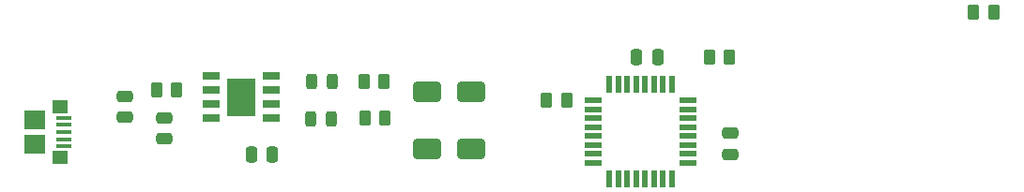
<source format=gbr>
%TF.GenerationSoftware,KiCad,Pcbnew,7.0.5*%
%TF.CreationDate,2023-10-18T15:34:20+03:00*%
%TF.ProjectId,Flashlight,466c6173-686c-4696-9768-742e6b696361,rev?*%
%TF.SameCoordinates,Original*%
%TF.FileFunction,Paste,Top*%
%TF.FilePolarity,Positive*%
%FSLAX46Y46*%
G04 Gerber Fmt 4.6, Leading zero omitted, Abs format (unit mm)*
G04 Created by KiCad (PCBNEW 7.0.5) date 2023-10-18 15:34:20*
%MOMM*%
%LPD*%
G01*
G04 APERTURE LIST*
G04 Aperture macros list*
%AMRoundRect*
0 Rectangle with rounded corners*
0 $1 Rounding radius*
0 $2 $3 $4 $5 $6 $7 $8 $9 X,Y pos of 4 corners*
0 Add a 4 corners polygon primitive as box body*
4,1,4,$2,$3,$4,$5,$6,$7,$8,$9,$2,$3,0*
0 Add four circle primitives for the rounded corners*
1,1,$1+$1,$2,$3*
1,1,$1+$1,$4,$5*
1,1,$1+$1,$6,$7*
1,1,$1+$1,$8,$9*
0 Add four rect primitives between the rounded corners*
20,1,$1+$1,$2,$3,$4,$5,0*
20,1,$1+$1,$4,$5,$6,$7,0*
20,1,$1+$1,$6,$7,$8,$9,0*
20,1,$1+$1,$8,$9,$2,$3,0*%
G04 Aperture macros list end*
%ADD10RoundRect,0.250000X0.262500X0.450000X-0.262500X0.450000X-0.262500X-0.450000X0.262500X-0.450000X0*%
%ADD11R,1.525000X0.700000*%
%ADD12R,2.513000X3.402000*%
%ADD13RoundRect,0.250000X-0.262500X-0.450000X0.262500X-0.450000X0.262500X0.450000X-0.262500X0.450000X0*%
%ADD14RoundRect,0.250000X0.475000X-0.250000X0.475000X0.250000X-0.475000X0.250000X-0.475000X-0.250000X0*%
%ADD15RoundRect,0.243750X-0.243750X-0.456250X0.243750X-0.456250X0.243750X0.456250X-0.243750X0.456250X0*%
%ADD16RoundRect,0.250000X1.000000X0.650000X-1.000000X0.650000X-1.000000X-0.650000X1.000000X-0.650000X0*%
%ADD17R,1.400000X0.400000*%
%ADD18R,1.450000X1.150000*%
%ADD19R,1.900000X1.750000*%
%ADD20RoundRect,0.250000X-0.475000X0.250000X-0.475000X-0.250000X0.475000X-0.250000X0.475000X0.250000X0*%
%ADD21RoundRect,0.250000X0.250000X0.475000X-0.250000X0.475000X-0.250000X-0.475000X0.250000X-0.475000X0*%
%ADD22R,1.600000X0.550000*%
%ADD23R,0.550000X1.600000*%
G04 APERTURE END LIST*
D10*
%TO.C,R4*%
X131012500Y-115400000D03*
X129187500Y-115400000D03*
%TD*%
D11*
%TO.C,J2*%
X98888000Y-113195000D03*
X98888000Y-114465000D03*
X98888000Y-115735000D03*
X98888000Y-117005000D03*
X104312000Y-117005000D03*
X104312000Y-115735000D03*
X104312000Y-114465000D03*
X104312000Y-113195000D03*
D12*
X101600000Y-115100000D03*
%TD*%
D13*
%TO.C,R5*%
X143837500Y-111500000D03*
X145662500Y-111500000D03*
%TD*%
D14*
%TO.C,C4*%
X145750000Y-120250000D03*
X145750000Y-118350000D03*
%TD*%
D15*
%TO.C,D2*%
X107962500Y-113700000D03*
X109837500Y-113700000D03*
%TD*%
D14*
%TO.C,C1*%
X91100000Y-116900000D03*
X91100000Y-115000000D03*
%TD*%
D16*
%TO.C,D3*%
X122400000Y-119800000D03*
X118400000Y-119800000D03*
%TD*%
D13*
%TO.C,R6*%
X167687500Y-107400000D03*
X169512500Y-107400000D03*
%TD*%
D17*
%TO.C,J1*%
X85670000Y-116950000D03*
X85670000Y-117600000D03*
X85670000Y-118250000D03*
X85670000Y-118900000D03*
X85670000Y-119550000D03*
D18*
X85250000Y-115930000D03*
D19*
X83020000Y-117125000D03*
X83020000Y-119375000D03*
D18*
X85250000Y-120570000D03*
%TD*%
D20*
%TO.C,C2*%
X94700000Y-116950000D03*
X94700000Y-118850000D03*
%TD*%
D10*
%TO.C,R2*%
X114612500Y-117000000D03*
X112787500Y-117000000D03*
%TD*%
%TO.C,R1*%
X95812500Y-114400000D03*
X93987500Y-114400000D03*
%TD*%
%TO.C,R3*%
X114512500Y-113700000D03*
X112687500Y-113700000D03*
%TD*%
D15*
%TO.C,D1*%
X107862500Y-117100000D03*
X109737500Y-117100000D03*
%TD*%
D21*
%TO.C,C3*%
X104450000Y-120250000D03*
X102550000Y-120250000D03*
%TD*%
D22*
%TO.C,U1*%
X133400000Y-115400000D03*
X133400000Y-116200000D03*
X133400000Y-117000000D03*
X133400000Y-117800000D03*
X133400000Y-118600000D03*
X133400000Y-119400000D03*
X133400000Y-120200000D03*
X133400000Y-121000000D03*
D23*
X134850000Y-122450000D03*
X135650000Y-122450000D03*
X136450000Y-122450000D03*
X137250000Y-122450000D03*
X138050000Y-122450000D03*
X138850000Y-122450000D03*
X139650000Y-122450000D03*
X140450000Y-122450000D03*
D22*
X141900000Y-121000000D03*
X141900000Y-120200000D03*
X141900000Y-119400000D03*
X141900000Y-118600000D03*
X141900000Y-117800000D03*
X141900000Y-117000000D03*
X141900000Y-116200000D03*
X141900000Y-115400000D03*
D23*
X140450000Y-113950000D03*
X139650000Y-113950000D03*
X138850000Y-113950000D03*
X138050000Y-113950000D03*
X137250000Y-113950000D03*
X136450000Y-113950000D03*
X135650000Y-113950000D03*
X134850000Y-113950000D03*
%TD*%
D21*
%TO.C,C5*%
X139200000Y-111500000D03*
X137300000Y-111500000D03*
%TD*%
D16*
%TO.C,D4*%
X122400000Y-114600000D03*
X118400000Y-114600000D03*
%TD*%
M02*

</source>
